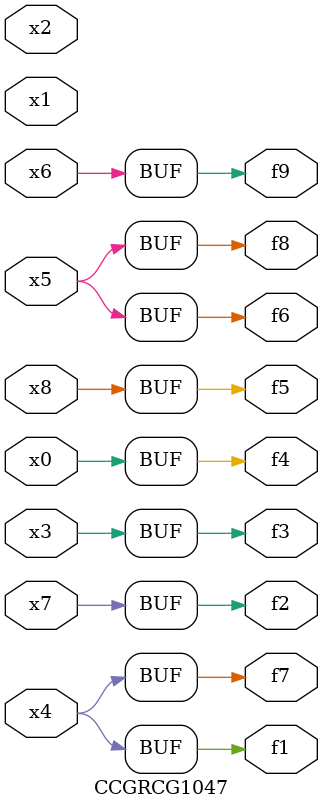
<source format=v>
module CCGRCG1047(
	input x0, x1, x2, x3, x4, x5, x6, x7, x8,
	output f1, f2, f3, f4, f5, f6, f7, f8, f9
);
	assign f1 = x4;
	assign f2 = x7;
	assign f3 = x3;
	assign f4 = x0;
	assign f5 = x8;
	assign f6 = x5;
	assign f7 = x4;
	assign f8 = x5;
	assign f9 = x6;
endmodule

</source>
